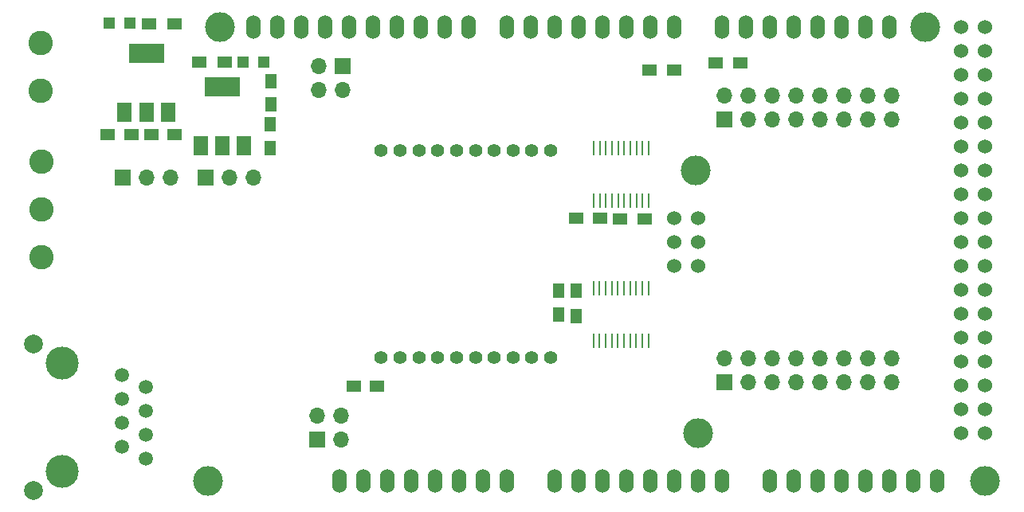
<source format=gbr>
G04 #@! TF.FileFunction,Soldermask,Top*
%FSLAX46Y46*%
G04 Gerber Fmt 4.6, Leading zero omitted, Abs format (unit mm)*
G04 Created by KiCad (PCBNEW 4.0.4-stable) date 04/28/17 11:07:38*
%MOMM*%
%LPD*%
G01*
G04 APERTURE LIST*
%ADD10C,0.100000*%
%ADD11R,1.500000X1.300000*%
%ADD12O,1.524000X2.540000*%
%ADD13C,3.175000*%
%ADD14C,1.524000*%
%ADD15R,1.250000X1.500000*%
%ADD16R,1.500000X1.250000*%
%ADD17R,1.200000X1.200000*%
%ADD18R,1.700000X1.700000*%
%ADD19O,1.700000X1.700000*%
%ADD20C,2.600000*%
%ADD21C,3.500000*%
%ADD22C,2.000000*%
%ADD23C,1.500000*%
%ADD24R,1.300000X1.500000*%
%ADD25R,0.250000X1.550000*%
%ADD26C,1.400000*%
%ADD27R,3.800000X2.000000*%
%ADD28R,1.500000X2.000000*%
G04 APERTURE END LIST*
D10*
D11*
X177650000Y-74800000D03*
X174950000Y-74800000D03*
D12*
X182710000Y-70180000D03*
X185250000Y-70180000D03*
X187790000Y-70180000D03*
X190330000Y-70180000D03*
X192870000Y-70180000D03*
X195410000Y-70180000D03*
X197950000Y-70180000D03*
X200490000Y-70180000D03*
X205570000Y-118440000D03*
X203030000Y-118440000D03*
X200490000Y-118440000D03*
X197950000Y-118440000D03*
X187790000Y-118440000D03*
X182710000Y-118440000D03*
X180170000Y-118440000D03*
X190330000Y-118440000D03*
X192870000Y-118440000D03*
X195410000Y-118440000D03*
X177630000Y-118440000D03*
X175090000Y-118440000D03*
X172550000Y-118440000D03*
X164930000Y-118440000D03*
X167470000Y-118440000D03*
X170010000Y-118440000D03*
X159850000Y-118440000D03*
X157310000Y-118440000D03*
X154770000Y-118440000D03*
X149690000Y-118440000D03*
X147150000Y-118440000D03*
X177630000Y-70180000D03*
X175090000Y-70180000D03*
X172550000Y-70180000D03*
X170010000Y-70180000D03*
X167470000Y-70180000D03*
X164930000Y-70180000D03*
X162390000Y-70180000D03*
X159850000Y-70180000D03*
X155786000Y-70180000D03*
X153246000Y-70180000D03*
X150706000Y-70180000D03*
X148166000Y-70180000D03*
X145626000Y-70180000D03*
X143086000Y-70180000D03*
X140546000Y-70180000D03*
X138006000Y-70180000D03*
X152230000Y-118440000D03*
D13*
X210650000Y-118440000D03*
X204300000Y-70180000D03*
X129370000Y-70180000D03*
X128100000Y-118440000D03*
D14*
X208110000Y-72720000D03*
X210650000Y-72720000D03*
X208110000Y-75260000D03*
X210650000Y-75260000D03*
X208110000Y-77800000D03*
X210650000Y-77800000D03*
X208110000Y-80340000D03*
X210650000Y-80340000D03*
X208110000Y-70180000D03*
X210650000Y-70180000D03*
X210650000Y-82880000D03*
X208110000Y-82880000D03*
X208110000Y-85420000D03*
X210650000Y-85420000D03*
X208110000Y-87960000D03*
X210650000Y-87960000D03*
X208110000Y-90500000D03*
X210650000Y-90500000D03*
X208110000Y-93040000D03*
X210650000Y-93040000D03*
X208110000Y-95580000D03*
X210650000Y-95580000D03*
X208110000Y-98120000D03*
X210650000Y-98120000D03*
X208110000Y-100660000D03*
X210650000Y-100660000D03*
X208110000Y-103200000D03*
X210650000Y-103200000D03*
X208110000Y-105740000D03*
X210650000Y-105740000D03*
X208110000Y-108280000D03*
X210650000Y-108280000D03*
X208110000Y-110820000D03*
X210650000Y-110820000D03*
X208110000Y-113360000D03*
X210650000Y-113360000D03*
X177630000Y-90500000D03*
X180170000Y-90500000D03*
X177630000Y-93040000D03*
X180170000Y-93040000D03*
X177630000Y-95580000D03*
X180170000Y-95580000D03*
D13*
X179916000Y-85420000D03*
X180170000Y-113360000D03*
D12*
X144610000Y-118440000D03*
X142070000Y-118440000D03*
X135466000Y-70180000D03*
X132926000Y-70180000D03*
D15*
X165320000Y-100730000D03*
X165320000Y-98230000D03*
D16*
X143560000Y-108390000D03*
X146060000Y-108390000D03*
X169700000Y-90540000D03*
X167200000Y-90540000D03*
D15*
X134720000Y-83050000D03*
X134720000Y-80550000D03*
D16*
X122040000Y-81600000D03*
X124540000Y-81600000D03*
X119940000Y-81590000D03*
X117440000Y-81590000D03*
D15*
X134740000Y-75920000D03*
X134740000Y-78420000D03*
D17*
X117610000Y-69790000D03*
X119810000Y-69790000D03*
X134020000Y-73920000D03*
X131820000Y-73920000D03*
D18*
X182950000Y-107970000D03*
D19*
X182950000Y-105430000D03*
X185490000Y-107970000D03*
X185490000Y-105430000D03*
X188030000Y-107970000D03*
X188030000Y-105430000D03*
X190570000Y-107970000D03*
X190570000Y-105430000D03*
X193110000Y-107970000D03*
X193110000Y-105430000D03*
X195650000Y-107970000D03*
X195650000Y-105430000D03*
X198190000Y-107970000D03*
X198190000Y-105430000D03*
X200730000Y-107970000D03*
X200730000Y-105430000D03*
D18*
X139660000Y-114040000D03*
D19*
X139660000Y-111500000D03*
X142200000Y-114040000D03*
X142200000Y-111500000D03*
D18*
X142360000Y-74350000D03*
D19*
X142360000Y-76890000D03*
X139820000Y-74350000D03*
X139820000Y-76890000D03*
D20*
X110370000Y-89560000D03*
X110370000Y-84480000D03*
X110370000Y-94640000D03*
D18*
X119010000Y-86160000D03*
D19*
X121550000Y-86160000D03*
X124090000Y-86160000D03*
D20*
X110280000Y-71910000D03*
X110280000Y-76990000D03*
D21*
X112630000Y-105910000D03*
X112630000Y-117410000D03*
D22*
X109580000Y-103860000D03*
X109580000Y-119460000D03*
D23*
X121520000Y-116105000D03*
X121520000Y-113565000D03*
X121520000Y-111025000D03*
X121520000Y-108485000D03*
X118980000Y-114835000D03*
X118980000Y-112295000D03*
X118980000Y-109755000D03*
X118980000Y-107215000D03*
D18*
X127800000Y-86210000D03*
D19*
X130340000Y-86210000D03*
X132880000Y-86210000D03*
D18*
X182970000Y-80050000D03*
D19*
X182970000Y-77510000D03*
X185510000Y-80050000D03*
X185510000Y-77510000D03*
X188050000Y-80050000D03*
X188050000Y-77510000D03*
X190590000Y-80050000D03*
X190590000Y-77510000D03*
X193130000Y-80050000D03*
X193130000Y-77510000D03*
X195670000Y-80050000D03*
X195670000Y-77510000D03*
X198210000Y-80050000D03*
X198210000Y-77510000D03*
X200750000Y-80050000D03*
X200750000Y-77510000D03*
D24*
X167220000Y-100920000D03*
X167220000Y-98220000D03*
D11*
X174520000Y-90560000D03*
X171820000Y-90560000D03*
X121810000Y-69820000D03*
X124510000Y-69820000D03*
X129830000Y-73920000D03*
X127130000Y-73920000D03*
X181980000Y-73970000D03*
X184680000Y-73970000D03*
D25*
X169035000Y-103590000D03*
X169685000Y-103590000D03*
X170335000Y-103590000D03*
X170985000Y-103590000D03*
X171635000Y-103590000D03*
X172285000Y-103590000D03*
X172935000Y-103590000D03*
X173585000Y-103590000D03*
X174235000Y-103590000D03*
X174885000Y-103590000D03*
X174885000Y-97990000D03*
X174235000Y-97990000D03*
X173585000Y-97990000D03*
X172935000Y-97990000D03*
X172285000Y-97990000D03*
X171635000Y-97990000D03*
X170985000Y-97990000D03*
X170335000Y-97990000D03*
X169685000Y-97990000D03*
X169035000Y-97990000D03*
D26*
X146500000Y-83320000D03*
X148500000Y-83320000D03*
X150500000Y-83320000D03*
X152500000Y-83320000D03*
X154500000Y-83320000D03*
X156500000Y-83320000D03*
X158500000Y-83320000D03*
X160500000Y-83320000D03*
X162500000Y-83320000D03*
X164500000Y-83320000D03*
X164500000Y-105320000D03*
X162500000Y-105320000D03*
X160500000Y-105320000D03*
X158500000Y-105320000D03*
X156500000Y-105320000D03*
X154500000Y-105320000D03*
X152500000Y-105320000D03*
X150500000Y-105320000D03*
X148500000Y-105320000D03*
X146500000Y-105320000D03*
D25*
X169065000Y-88660000D03*
X169715000Y-88660000D03*
X170365000Y-88660000D03*
X171015000Y-88660000D03*
X171665000Y-88660000D03*
X172315000Y-88660000D03*
X172965000Y-88660000D03*
X173615000Y-88660000D03*
X174265000Y-88660000D03*
X174915000Y-88660000D03*
X174915000Y-83060000D03*
X174265000Y-83060000D03*
X173615000Y-83060000D03*
X172965000Y-83060000D03*
X172315000Y-83060000D03*
X171665000Y-83060000D03*
X171015000Y-83060000D03*
X170365000Y-83060000D03*
X169715000Y-83060000D03*
X169065000Y-83060000D03*
D27*
X121530000Y-72980000D03*
D28*
X121530000Y-79280000D03*
X123830000Y-79280000D03*
X119230000Y-79280000D03*
D27*
X129630000Y-76520000D03*
D28*
X129630000Y-82820000D03*
X131930000Y-82820000D03*
X127330000Y-82820000D03*
M02*

</source>
